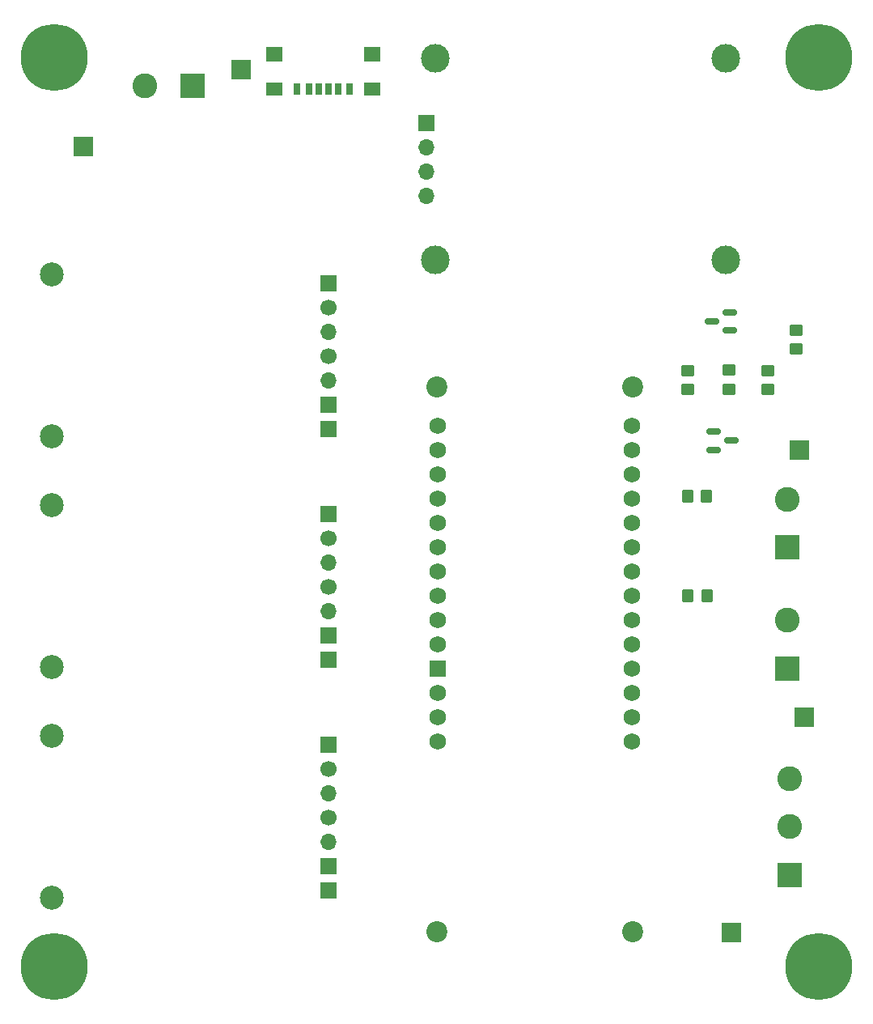
<source format=gts>
G04 #@! TF.GenerationSoftware,KiCad,Pcbnew,7.0.9-7.0.9~ubuntu22.04.1*
G04 #@! TF.CreationDate,2023-12-07T11:19:29+01:00*
G04 #@! TF.ProjectId,baseboard,62617365-626f-4617-9264-2e6b69636164,rev?*
G04 #@! TF.SameCoordinates,Original*
G04 #@! TF.FileFunction,Soldermask,Top*
G04 #@! TF.FilePolarity,Negative*
%FSLAX46Y46*%
G04 Gerber Fmt 4.6, Leading zero omitted, Abs format (unit mm)*
G04 Created by KiCad (PCBNEW 7.0.9-7.0.9~ubuntu22.04.1) date 2023-12-07 11:19:29*
%MOMM*%
%LPD*%
G01*
G04 APERTURE LIST*
G04 Aperture macros list*
%AMRoundRect*
0 Rectangle with rounded corners*
0 $1 Rounding radius*
0 $2 $3 $4 $5 $6 $7 $8 $9 X,Y pos of 4 corners*
0 Add a 4 corners polygon primitive as box body*
4,1,4,$2,$3,$4,$5,$6,$7,$8,$9,$2,$3,0*
0 Add four circle primitives for the rounded corners*
1,1,$1+$1,$2,$3*
1,1,$1+$1,$4,$5*
1,1,$1+$1,$6,$7*
1,1,$1+$1,$8,$9*
0 Add four rect primitives between the rounded corners*
20,1,$1+$1,$2,$3,$4,$5,0*
20,1,$1+$1,$4,$5,$6,$7,0*
20,1,$1+$1,$6,$7,$8,$9,0*
20,1,$1+$1,$8,$9,$2,$3,0*%
G04 Aperture macros list end*
%ADD10C,7.000000*%
%ADD11RoundRect,0.150000X0.587500X0.150000X-0.587500X0.150000X-0.587500X-0.150000X0.587500X-0.150000X0*%
%ADD12C,2.500000*%
%ADD13R,1.700000X1.700000*%
%ADD14O,1.700000X1.700000*%
%ADD15C,1.700000*%
%ADD16R,2.600000X2.600000*%
%ADD17C,2.600000*%
%ADD18RoundRect,0.250000X-0.350000X-0.450000X0.350000X-0.450000X0.350000X0.450000X-0.350000X0.450000X0*%
%ADD19R,2.000000X2.000000*%
%ADD20RoundRect,0.250000X-0.450000X0.350000X-0.450000X-0.350000X0.450000X-0.350000X0.450000X0.350000X0*%
%ADD21RoundRect,0.250000X0.450000X-0.350000X0.450000X0.350000X-0.450000X0.350000X-0.450000X-0.350000X0*%
%ADD22R,0.700000X1.200000*%
%ADD23R,0.760000X1.200000*%
%ADD24R,0.800000X1.200000*%
%ADD25R,1.800000X1.350000*%
%ADD26R,1.800000X1.500000*%
%ADD27RoundRect,0.250000X0.350000X0.450000X-0.350000X0.450000X-0.350000X-0.450000X0.350000X-0.450000X0*%
%ADD28C,3.000000*%
%ADD29RoundRect,0.150000X-0.587500X-0.150000X0.587500X-0.150000X0.587500X0.150000X-0.587500X0.150000X0*%
%ADD30C,2.200000*%
%ADD31C,1.727200*%
%ADD32R,1.727200X1.727200*%
G04 APERTURE END LIST*
D10*
X30000000Y-153000000D03*
X110000000Y-58000000D03*
D11*
X100707500Y-86490000D03*
X100707500Y-84590000D03*
X98832500Y-85540000D03*
D12*
X29740000Y-121690000D03*
X29740000Y-104810000D03*
D13*
X58680000Y-120940000D03*
X58680000Y-118400000D03*
D14*
X58680000Y-115860000D03*
D15*
X58680000Y-113320000D03*
D14*
X58680000Y-110780000D03*
D15*
X58680000Y-108240000D03*
D13*
X58680000Y-105700000D03*
D16*
X106985000Y-143430000D03*
D17*
X106985000Y-138430000D03*
X106985000Y-133430000D03*
D18*
X96266000Y-103886000D03*
X98266000Y-103886000D03*
D19*
X108450000Y-127000000D03*
D10*
X30000000Y-58000000D03*
D19*
X33020000Y-67310000D03*
D16*
X44450000Y-60960000D03*
D17*
X39450000Y-60960000D03*
D12*
X29740000Y-97570000D03*
X29740000Y-80690000D03*
D13*
X58680000Y-96820000D03*
X58680000Y-94280000D03*
D14*
X58680000Y-91740000D03*
D15*
X58680000Y-89200000D03*
D14*
X58680000Y-86660000D03*
D15*
X58680000Y-84120000D03*
D13*
X58680000Y-81580000D03*
D16*
X106680000Y-121840000D03*
D17*
X106680000Y-116840000D03*
D19*
X107950000Y-99060000D03*
D12*
X29740000Y-145810000D03*
X29740000Y-128930000D03*
D13*
X58680000Y-145060000D03*
X58680000Y-142520000D03*
D14*
X58680000Y-139980000D03*
D15*
X58680000Y-137440000D03*
D14*
X58680000Y-134900000D03*
D15*
X58680000Y-132360000D03*
D13*
X58680000Y-129820000D03*
D20*
X104648000Y-90710000D03*
X104648000Y-92710000D03*
D21*
X107650000Y-88460000D03*
X107650000Y-86460000D03*
D20*
X96266000Y-90694000D03*
X96266000Y-92694000D03*
D21*
X100600000Y-92630000D03*
X100600000Y-90630000D03*
D19*
X49530000Y-59190000D03*
D22*
X58666000Y-61293000D03*
D23*
X56646000Y-61293000D03*
D24*
X55416000Y-61293000D03*
D22*
X57666000Y-61293000D03*
D23*
X59686000Y-61293000D03*
D24*
X60916000Y-61293000D03*
D25*
X63291000Y-61238000D03*
D26*
X63291000Y-57658000D03*
D25*
X53041000Y-61238000D03*
D26*
X53041000Y-57658000D03*
D27*
X98282000Y-114300000D03*
X96282000Y-114300000D03*
D10*
X110000000Y-153000000D03*
D28*
X69880000Y-58070000D03*
X69880000Y-79090000D03*
X100300000Y-58070000D03*
X100300000Y-79090000D03*
D13*
X68961000Y-64846200D03*
D14*
X68961000Y-67386200D03*
X68961000Y-69926200D03*
X68961000Y-72466200D03*
D16*
X106680000Y-109180000D03*
D17*
X106680000Y-104180000D03*
D29*
X98963000Y-97094000D03*
X98963000Y-98994000D03*
X100838000Y-98044000D03*
D30*
X70014000Y-149424800D03*
X90514000Y-149424800D03*
X70014000Y-92424800D03*
X90514000Y-92424800D03*
D31*
X70104000Y-124460000D03*
X70104000Y-129540000D03*
X90424000Y-127000000D03*
X90424000Y-124460000D03*
X90424000Y-121920000D03*
X90424000Y-119380000D03*
X90424000Y-116840000D03*
X90424000Y-114300000D03*
X90424000Y-111760000D03*
X90424000Y-129540000D03*
X90424000Y-109220000D03*
X90424000Y-106680000D03*
X90424000Y-104140000D03*
X90424000Y-101600000D03*
X90424000Y-99060000D03*
X90424000Y-96520000D03*
X70104000Y-96520000D03*
X70104000Y-99060000D03*
X70104000Y-101600000D03*
X70104000Y-104140000D03*
X70104000Y-106680000D03*
X70104000Y-109220000D03*
X70104000Y-111760000D03*
X70104000Y-114300000D03*
X70104000Y-116840000D03*
D32*
X70104000Y-121920000D03*
D31*
X70104000Y-119380000D03*
X70104000Y-127000000D03*
D19*
X100840000Y-149490000D03*
M02*

</source>
